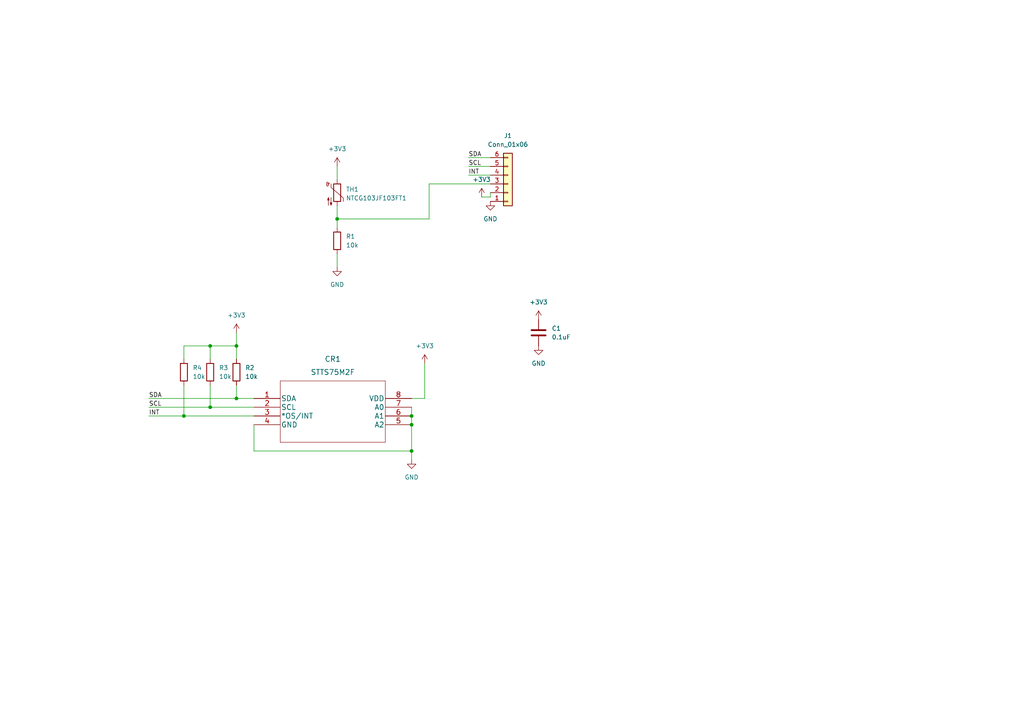
<source format=kicad_sch>
(kicad_sch (version 20211123) (generator eeschema)
  (paper "A4")
  (lib_symbols
    (symbol "Connector_Generic:Conn_01x06" (pin_names (offset 1.016) hide)
      (property "Reference" "J" (at 0 7.62 0))
      (property "Value" "Conn_01x06" (at 0 -10.16 0))
      (symbol "Conn_01x06_1_1"
        (rectangle (start -1.27 -7.493) (end 0 -7.747) (stroke (width 0.1524)))
        (rectangle (start -1.27 -4.953) (end 0 -5.207) (stroke (width 0.1524)))
        (rectangle (start -1.27 -2.413) (end 0 -2.667) (stroke (width 0.1524)))
        (rectangle (start -1.27 0.127) (end 0 -0.127) (stroke (width 0.1524)))
        (rectangle (start -1.27 2.667) (end 0 2.413) (stroke (width 0.1524)))
        (rectangle (start -1.27 5.207) (end 0 4.953) (stroke (width 0.1524)))
        (rectangle (start -1.27 6.35) (end 1.27 -8.89) (stroke (width 0.254)) (fill (type background)))
        (pin passive line (at -5.08 5.08 0) (length 3.81) (name "Pin_1") (number "1"))
        (pin passive line (at -5.08 2.54 0) (length 3.81) (name "Pin_2") (number "2"))
        (pin passive line (at -5.08 0 0) (length 3.81) (name "Pin_3") (number "3"))
        (pin passive line (at -5.08 -2.54 0) (length 3.81) (name "Pin_4") (number "4"))
        (pin passive line (at -5.08 -5.08 0) (length 3.81) (name "Pin_5") (number "5"))
        (pin passive line (at -5.08 -7.62 0) (length 3.81) (name "Pin_6") (number "6"))
      )
    )
    (symbol "Device:C" (pin_numbers hide) (pin_names (offset 0.254))
      (property "Reference" "C" (at 0.635 2.54 0))
      (property "Value" "C" (at 0.635 -2.54 0))
      (symbol "C_0_1"
        (polyline (pts (xy -2.032 -0.762) (xy 2.032 -0.762)) (stroke (width 0.508)))
        (polyline (pts (xy -2.032 0.762) (xy 2.032 0.762)) (stroke (width 0.508)))
      )
      (symbol "C_1_1"
        (pin passive line (at 0 3.81 270) (length 2.794) (name "~") (number "1"))
        (pin passive line (at 0 -3.81 90) (length 2.794) (name "~") (number "2"))
      )
    )
    (symbol "Device:R" (pin_numbers hide) (pin_names (offset 0))
      (property "Reference" "R" (at 2.032 0 90))
      (property "Value" "R" (at 0 0 90))
      (symbol "R_0_1"
        (rectangle (start -1.016 -2.54) (end 1.016 2.54) (stroke (width 0.254)))
      )
      (symbol "R_1_1"
        (pin passive line (at 0 3.81 270) (length 1.27) (name "~") (number "1"))
        (pin passive line (at 0 -3.81 90) (length 1.27) (name "~") (number "2"))
      )
    )
    (symbol "Device:Thermistor_NTC" (pin_numbers hide) (pin_names (offset 0))
      (property "Reference" "TH" (at -4.445 0 90))
      (property "Value" "Thermistor_NTC" (at 3.175 0 90))
      (symbol "Thermistor_NTC_0_1"
        (arc (start -3.048 2.159) (mid -3.0505 2.3165) (end -3.175 2.413))
        (arc (start -3.048 2.159) (mid -2.9736 1.9794) (end -2.794 1.905))
        (arc (start -3.048 2.794) (mid -2.9736 2.6144) (end -2.794 2.54))
        (arc (start -2.794 1.905) (mid -2.6144 1.9794) (end -2.54 2.159))
        (arc (start -2.794 2.54) (mid -2.434 2.5608) (end -2.159 2.794))
        (arc (start -2.794 3.048) (mid -2.9736 2.9736) (end -3.048 2.794))
        (arc (start -2.54 2.794) (mid -2.6144 2.9736) (end -2.794 3.048))
        (rectangle (start -1.016 2.54) (end 1.016 -2.54) (stroke (width 0.254)))
        (polyline (pts (xy -2.54 2.159) (xy -2.54 2.794)))
        (polyline (pts (xy -1.778 2.54) (xy -1.778 1.524) (xy 1.778 -1.524) (xy 1.778 -2.54)))
        (polyline (pts (xy -2.54 -3.683) (xy -2.54 -1.397) (xy -2.794 -2.159) (xy -2.286 -2.159) (xy -2.54 -1.397) (xy -2.54 -1.651)) (fill (type outline)))
        (polyline (pts (xy -1.778 -1.397) (xy -1.778 -3.683) (xy -2.032 -2.921) (xy -1.524 -2.921) (xy -1.778 -3.683) (xy -1.778 -3.429)) (fill (type outline)))
      )
      (symbol "Thermistor_NTC_1_1"
        (pin passive line (at 0 3.81 270) (length 1.27) (name "~") (number "1"))
        (pin passive line (at 0 -3.81 90) (length 1.27) (name "~") (number "2"))
      )
    )
    (symbol "power:+3.3V" (power) (pin_names (offset 0))
      (property "Value" "+3.3V" (at 0 3.556 0))
      (symbol "+3.3V_0_1"
        (polyline (pts (xy -0.762 1.27) (xy 0 2.54)))
        (polyline (pts (xy 0 0) (xy 0 2.54)))
        (polyline (pts (xy 0 2.54) (xy 0.762 1.27)))
      )
      (symbol "+3.3V_1_1"
        (pin power_in line (at 0 0 90) (length 0) hide (name "+3V3") (number "1"))
      )
    )
    (symbol "power:GND" (power) (pin_names (offset 0))
      (property "Value" "GND" (at 0 -3.81 0))
      (symbol "GND_0_1"
        (polyline (pts (xy 0 0) (xy 0 -1.27) (xy 1.27 -1.27) (xy 0 -2.54) (xy -1.27 -1.27) (xy 0 -1.27)))
      )
      (symbol "GND_1_1"
        (pin power_in line (at 0 0 270) (length 0) hide (name "GND") (number "1"))
      )
    )
    (symbol "st:STTS75M2F" (pin_names (offset 0.254))
      (property "Reference" "CR" (at 22.86 10.16 0))
      (property "Value" "STTS75M2F" (at 22.86 7.62 0))
      (symbol "STTS75M2F_1_1"
        (polyline (pts (xy 7.62 -12.7) (xy 38.1 -12.7)) (stroke (width 0.127)))
        (polyline (pts (xy 7.62 5.08) (xy 7.62 -12.7)) (stroke (width 0.127)))
        (polyline (pts (xy 38.1 -12.7) (xy 38.1 5.08)) (stroke (width 0.127)))
        (polyline (pts (xy 38.1 5.08) (xy 7.62 5.08)) (stroke (width 0.127)))
        (pin unspecified line (at 0 0 0) (length 7.62) (name "SDA") (number "1"))
        (pin input line (at 0 -2.54 0) (length 7.62) (name "SCL") (number "2"))
        (pin output line (at 0 -5.08 0) (length 7.62) (name "*OS/INT") (number "3"))
        (pin power_in line (at 0 -7.62 0) (length 7.62) (name "GND") (number "4"))
        (pin input line (at 45.72 -7.62 180) (length 7.62) (name "A2") (number "5"))
        (pin input line (at 45.72 -5.08 180) (length 7.62) (name "A1") (number "6"))
        (pin input line (at 45.72 -2.54 180) (length 7.62) (name "A0") (number "7"))
        (pin power_in line (at 45.72 0 180) (length 7.62) (name "VDD") (number "8"))
      )
    )
  )
  (junction (at 119.38 130.81))
  (junction (at 119.38 123.19))
  (junction (at 68.58 115.57))
  (junction (at 60.96 118.11))
  (junction (at 97.79 63.5))
  (junction (at 119.38 120.65))
  (junction (at 53.34 120.65))
  (junction (at 60.96 100.33))
  (junction (at 68.58 100.33))
  (wire (pts (xy 135.89 50.8) (xy 142.24 50.8)))
  (wire (pts (xy 60.96 100.33) (xy 68.58 100.33)))
  (wire (pts (xy 68.58 100.33) (xy 68.58 104.14)))
  (wire (pts (xy 43.18 118.11) (xy 60.96 118.11)))
  (wire (pts (xy 119.38 123.19) (xy 119.38 130.81)))
  (wire (pts (xy 73.66 123.19) (xy 73.66 130.81)))
  (wire (pts (xy 60.96 104.14) (xy 60.96 100.33)))
  (wire (pts (xy 124.46 53.34) (xy 124.46 63.5)))
  (wire (pts (xy 43.18 120.65) (xy 53.34 120.65)))
  (wire (pts (xy 119.38 115.57) (xy 123.19 115.57)))
  (wire (pts (xy 123.19 105.41) (xy 123.19 115.57)))
  (wire (pts (xy 68.58 115.57) (xy 68.58 111.76)))
  (wire (pts (xy 142.24 53.34) (xy 124.46 53.34)))
  (wire (pts (xy 73.66 118.11) (xy 60.96 118.11)))
  (wire (pts (xy 97.79 63.5) (xy 97.79 66.04)))
  (wire (pts (xy 60.96 111.76) (xy 60.96 118.11)))
  (wire (pts (xy 97.79 59.69) (xy 97.79 63.5)))
  (wire (pts (xy 68.58 96.52) (xy 68.58 100.33)))
  (wire (pts (xy 73.66 115.57) (xy 68.58 115.57)))
  (wire (pts (xy 119.38 130.81) (xy 119.38 133.35)))
  (wire (pts (xy 73.66 130.81) (xy 119.38 130.81)))
  (wire (pts (xy 119.38 120.65) (xy 119.38 123.19)))
  (wire (pts (xy 53.34 100.33) (xy 60.96 100.33)))
  (wire (pts (xy 97.79 63.5) (xy 124.46 63.5)))
  (wire (pts (xy 43.18 115.57) (xy 68.58 115.57)))
  (wire (pts (xy 53.34 120.65) (xy 53.34 111.76)))
  (wire (pts (xy 97.79 73.66) (xy 97.79 77.47)))
  (wire (pts (xy 139.7 57.15) (xy 142.24 57.15)))
  (wire (pts (xy 135.89 45.72) (xy 142.24 45.72)))
  (wire (pts (xy 135.89 48.26) (xy 142.24 48.26)))
  (wire (pts (xy 97.79 48.26) (xy 97.79 52.07)))
  (wire (pts (xy 73.66 120.65) (xy 53.34 120.65)))
  (wire (pts (xy 142.24 57.15) (xy 142.24 55.88)))
  (wire (pts (xy 53.34 104.14) (xy 53.34 100.33)))
  (wire (pts (xy 119.38 118.11) (xy 119.38 120.65)))
  (label "SDA" (at 135.89 45.72 0))
  (label "SCL" (at 43.18 118.11 0))
  (label "INT" (at 135.89 50.8 0))
  (label "SDA" (at 43.18 115.57 0))
  (label "INT" (at 43.18 120.65 0))
  (label "SCL" (at 135.89 48.26 0))
  (symbol (lib_id "Device:R") (at 60.96 107.95 0) (unit 1)
    (property "Reference" "R3" (at 63.5 106.6799 0) (effects (justify left)))
    (property "Value" "10k" (at 63.5 109.2199 0) (effects (justify left)))
    (property "Footprint" "Resistor_SMD:R_0603_1608Metric" (effects hide))
  )
  (symbol (lib_id "power:GND") (at 142.24 58.42 0) (unit 1)
    (property "Reference" "#PWR0109" (effects hide))
    (property "Value" "GND" (at 142.24 63.5 0))
  )
  (symbol (lib_id "power:GND") (at 156.21 100.33 0) (unit 1)
    (property "Reference" "#PWR0104" (effects hide))
    (property "Value" "GND" (at 156.21 105.41 0))
  )
  (symbol (lib_id "power:GND") (at 97.79 77.47 0) (unit 1)
    (property "Reference" "#PWR0103" (effects hide))
    (property "Value" "GND" (at 97.79 82.55 0))
  )
  (symbol (lib_id "power:GND") (at 119.38 133.35 0) (unit 1)
    (property "Reference" "#PWR0107" (effects hide))
    (property "Value" "GND" (at 119.38 138.43 0))
  )
  (symbol (lib_id "Device:R") (at 97.79 69.85 0) (unit 1)
    (property "Reference" "R1" (at 100.33 68.5799 0) (effects (justify left)))
    (property "Value" "10k" (at 100.33 71.1199 0) (effects (justify left)))
    (property "Footprint" "Resistor_SMD:R_0603_1608Metric" (effects hide))
  )
  (symbol (lib_id "power:+3.3V") (at 156.21 92.71 0) (unit 1)
    (property "Reference" "#PWR0108" (effects hide))
    (property "Value" "+3.3V" (at 156.21 87.63 0))
  )
  (symbol (lib_id "Connector_Generic:Conn_01x06") (at 147.32 53.34 0) (mirror x) (unit 1)
    (property "Reference" "J1" (at 147.32 39.37 0))
    (property "Value" "Conn_01x06" (at 147.32 41.91 0))
    (property "Footprint" "Connector_PinHeader_2.54mm:PinHeader_1x06_P2.54mm_Vertical" (effects hide))
  )
  (symbol (lib_id "power:+3.3V") (at 97.79 48.26 0) (unit 1)
    (property "Reference" "#PWR0101" (effects hide))
    (property "Value" "+3.3V" (at 97.79 43.18 0))
  )
  (symbol (lib_id "power:+3.3V") (at 139.7 57.15 0) (unit 1)
    (property "Reference" "#PWR0102" (effects hide))
    (property "Value" "+3.3V" (at 139.7 52.07 0))
  )
  (symbol (lib_id "power:+3.3V") (at 68.58 96.52 0) (unit 1)
    (property "Reference" "#PWR0105" (effects hide))
    (property "Value" "+3.3V" (at 68.58 91.44 0))
  )
  (symbol (lib_id "power:+3.3V") (at 123.19 105.41 0) (unit 1)
    (property "Reference" "#PWR0106" (effects hide))
    (property "Value" "+3.3V" (at 123.19 100.33 0))
  )
  (symbol (lib_id "st:STTS75M2F") (at 73.66 115.57 0) (unit 1)
    (property "Reference" "CR1" (at 96.52 104.14 0) (effects (font (size 1.524 1.524))))
    (property "Value" "STTS75M2F" (at 96.52 107.95 0) (effects (font (size 1.524 1.524))))
    (property "Footprint" "footprints:STTS75M2F" (effects hide))
  )
  (symbol (lib_id "Device:R") (at 53.34 107.95 0) (unit 1)
    (property "Reference" "R4" (at 55.88 106.6799 0) (effects (justify left)))
    (property "Value" "10k" (at 55.88 109.2199 0) (effects (justify left)))
    (property "Footprint" "Resistor_SMD:R_0603_1608Metric" (effects hide))
  )
  (symbol (lib_id "Device:Thermistor_NTC") (at 97.79 55.88 0) (unit 1)
    (property "Reference" "TH1" (at 100.33 54.9274 0) (effects (justify left)))
    (property "Value" "NTCG103JF103FT1" (at 100.33 57.4674 0) (effects (justify left)))
    (property "Footprint" "Resistor_SMD:R_0402_1005Metric" (effects hide))
  )
  (symbol (lib_id "Device:R") (at 68.58 107.95 0) (unit 1)
    (property "Reference" "R2" (at 71.12 106.6799 0) (effects (justify left)))
    (property "Value" "10k" (at 71.12 109.2199 0) (effects (justify left)))
    (property "Footprint" "Resistor_SMD:R_0603_1608Metric" (effects hide))
  )
  (symbol (lib_id "Device:C") (at 156.21 96.52 0) (unit 1)
    (property "Reference" "C1" (at 160.02 95.2499 0) (effects (justify left)))
    (property "Value" "0.1uF" (at 160.02 97.7899 0) (effects (justify left)))
    (property "Footprint" "Capacitor_SMD:C_0603_1608Metric" (effects hide))
  )
)
</source>
